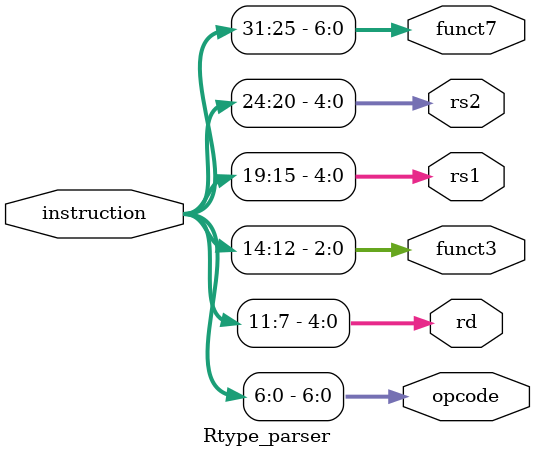
<source format=v>
module Rtype_parser(	// file.cleaned.mlir:2:3
  input  [31:0] instruction,	// file.cleaned.mlir:2:30
  output [6:0]  opcode,	// file.cleaned.mlir:2:54
  output [4:0]  rd,	// file.cleaned.mlir:2:71
  output [2:0]  funct3,	// file.cleaned.mlir:2:84
  output [4:0]  rs1,	// file.cleaned.mlir:2:101
                rs2,	// file.cleaned.mlir:2:115
  output [6:0]  funct7	// file.cleaned.mlir:2:129
);

  assign opcode = instruction[6:0];	// file.cleaned.mlir:8:10, :9:5
  assign rd = instruction[11:7];	// file.cleaned.mlir:7:10, :9:5
  assign funct3 = instruction[14:12];	// file.cleaned.mlir:6:10, :9:5
  assign rs1 = instruction[19:15];	// file.cleaned.mlir:5:10, :9:5
  assign rs2 = instruction[24:20];	// file.cleaned.mlir:4:10, :9:5
  assign funct7 = instruction[31:25];	// file.cleaned.mlir:3:10, :9:5
endmodule


</source>
